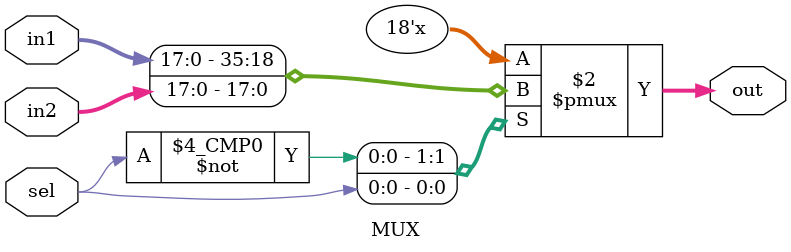
<source format=v>
module MUX
#(parameter width=18)
(
    input [width-1 :0] in1,in2,
    input sel,
    output reg [width-1 :0] out
);

always@(*) begin
case(sel)
	1'b0: out=in1;
	1'b1: out=in2;
	default: out=width-1 'b0; 
endcase
end
endmodule
</source>
